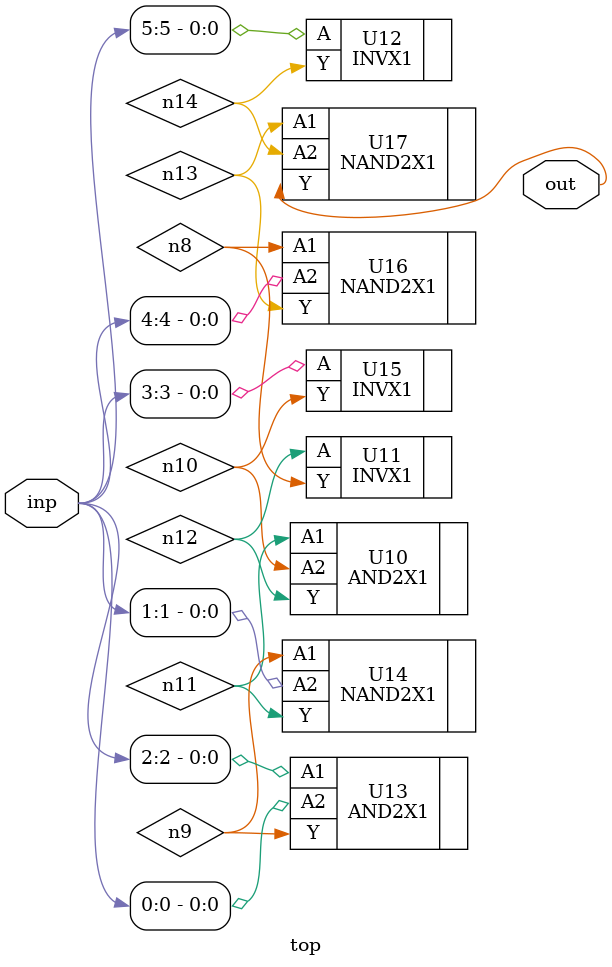
<source format=sv>


module top ( inp, out );
  input [5:0] inp;
  output out;
  wire   n8, n9, n10, n11, n12, n13, n14;

  AND2X1 U10 ( .A1(n11), .A2(n10), .Y(n12) );
  INVX1 U11 ( .A(n12), .Y(n8) );
  INVX1 U12 ( .A(inp[5]), .Y(n14) );
  AND2X1 U13 ( .A1(inp[2]), .A2(inp[0]), .Y(n9) );
  NAND2X1 U14 ( .A1(n9), .A2(inp[1]), .Y(n11) );
  INVX1 U15 ( .A(inp[3]), .Y(n10) );
  NAND2X1 U16 ( .A1(n8), .A2(inp[4]), .Y(n13) );
  NAND2X1 U17 ( .A1(n13), .A2(n14), .Y(out) );
endmodule


</source>
